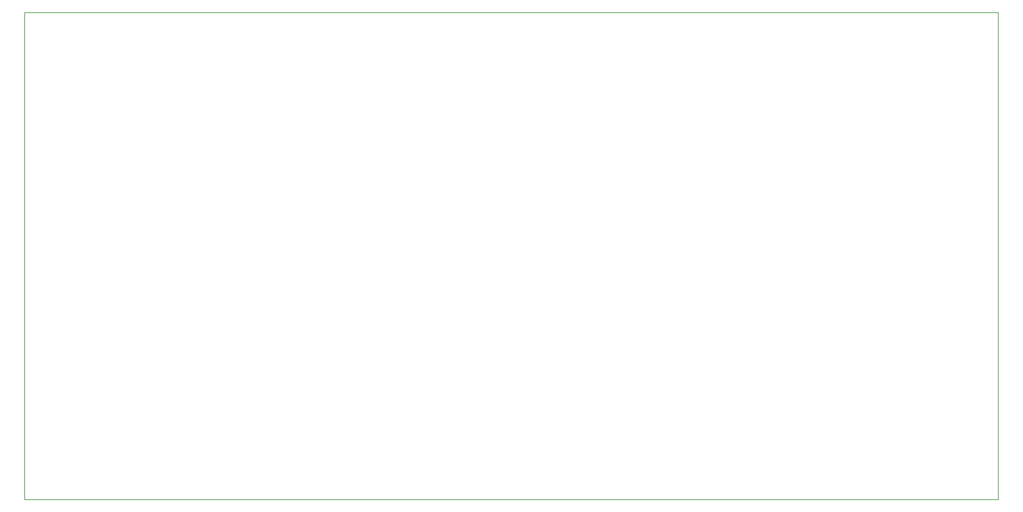
<source format=gbr>
G04 #@! TF.FileFunction,Profile,NP*
%FSLAX46Y46*%
G04 Gerber Fmt 4.6, Leading zero omitted, Abs format (unit mm)*
G04 Created by KiCad (PCBNEW 4.0.1-stable) date 2/7/2016 5:33:15 PM*
%MOMM*%
G01*
G04 APERTURE LIST*
%ADD10C,0.100000*%
%ADD11C,0.150000*%
G04 APERTURE END LIST*
D10*
D11*
X279400000Y-25400000D02*
X25400000Y-25400000D01*
X279400000Y-152400000D02*
X279400000Y-25400000D01*
X25400000Y-152400000D02*
X279400000Y-152400000D01*
X25400000Y-25400000D02*
X25400000Y-152400000D01*
M02*

</source>
